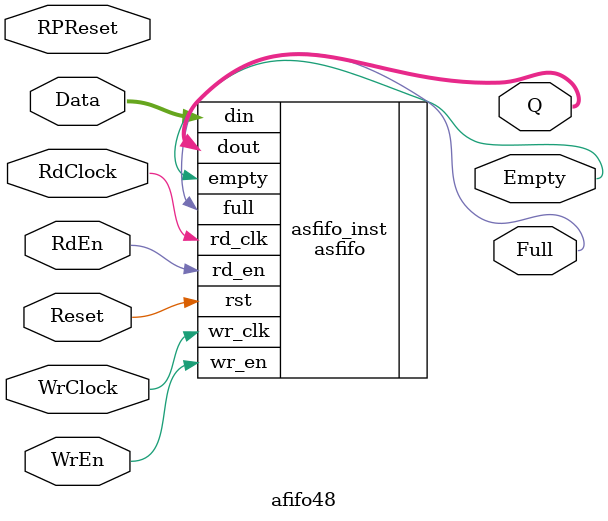
<source format=v>
`default_nettype none
module afifo48 (
        input wire [47:0] Data,
        input wire WrClock,
        input wire RdClock,
        input wire WrEn,
        input wire RdEn,
        input wire Reset,
        input wire RPReset,
        output wire [47:0] Q,
        output wire Empty,
        output wire Full
);

asfifo # (
        .DATA_WIDTH(48),
        .ADDRESS_WIDTH(15)
) asfifo_inst (
        .dout(Q), 
        .empty(Empty),
        .rd_en(RdEn),
        .rd_clk(RdClock),        
        .din(Data),  
        .full(Full),
        .wr_en(WrEn),
        .wr_clk(WrClock),
        .rst(Reset)
);

endmodule
`default_nettype wire

</source>
